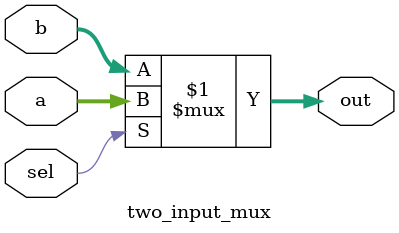
<source format=v>
module two_input_mux (a, b, sel, out);
	input[31:0] a, b;
	input sel;
	output[31:0] out;

	assign out = sel ? a : b;	 
	
endmodule
</source>
